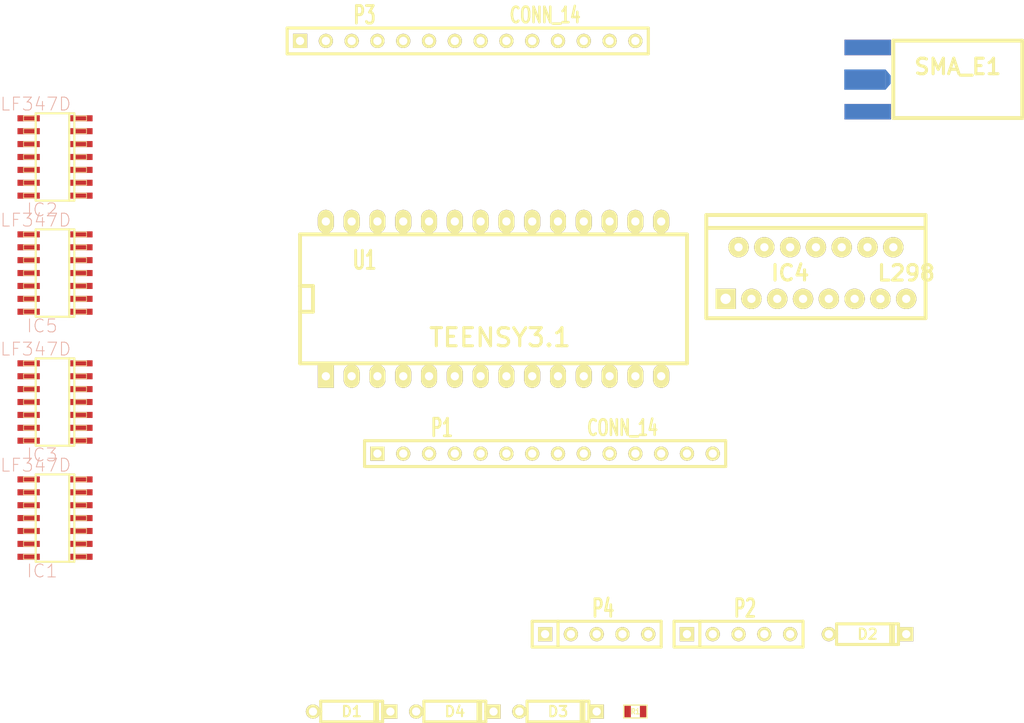
<source format=kicad_pcb>
(kicad_pcb (version 3) (host pcbnew "(2013-may-18)-stable")

  (general
    (links 63)
    (no_connects 63)
    (area 149.773217 102.86873 252.289733 174.142401)
    (thickness 1.6)
    (drawings 0)
    (tracks 0)
    (zones 0)
    (modules 16)
    (nets 37)
  )

  (page A3)
  (layers
    (15 F.Cu signal)
    (0 B.Cu signal)
    (16 B.Adhes user)
    (17 F.Adhes user)
    (18 B.Paste user)
    (19 F.Paste user)
    (20 B.SilkS user)
    (21 F.SilkS user)
    (22 B.Mask user)
    (23 F.Mask user)
    (24 Dwgs.User user)
    (25 Cmts.User user)
    (26 Eco1.User user)
    (27 Eco2.User user)
    (28 Edge.Cuts user)
  )

  (setup
    (last_trace_width 0.254)
    (trace_clearance 0.254)
    (zone_clearance 0.508)
    (zone_45_only no)
    (trace_min 0.254)
    (segment_width 0.2)
    (edge_width 0.1)
    (via_size 0.889)
    (via_drill 0.635)
    (via_min_size 0.889)
    (via_min_drill 0.508)
    (uvia_size 0.508)
    (uvia_drill 0.127)
    (uvias_allowed no)
    (uvia_min_size 0.508)
    (uvia_min_drill 0.127)
    (pcb_text_width 0.3)
    (pcb_text_size 1.5 1.5)
    (mod_edge_width 0.15)
    (mod_text_size 1 1)
    (mod_text_width 0.15)
    (pad_size 1.5 1.5)
    (pad_drill 0.6)
    (pad_to_mask_clearance 0)
    (aux_axis_origin 0 0)
    (visible_elements FFFFFFBF)
    (pcbplotparams
      (layerselection 3178497)
      (usegerberextensions true)
      (excludeedgelayer true)
      (linewidth 0.150000)
      (plotframeref false)
      (viasonmask false)
      (mode 1)
      (useauxorigin false)
      (hpglpennumber 1)
      (hpglpenspeed 20)
      (hpglpendiameter 15)
      (hpglpenoverlay 2)
      (psnegative false)
      (psa4output false)
      (plotreference true)
      (plotvalue true)
      (plotothertext true)
      (plotinvisibletext false)
      (padsonsilk false)
      (subtractmaskfromsilk false)
      (outputformat 1)
      (mirror false)
      (drillshape 1)
      (scaleselection 1)
      (outputdirectory ""))
  )

  (net 0 "")
  (net 1 +12V)
  (net 2 N-000001)
  (net 3 N-0000010)
  (net 4 N-0000011)
  (net 5 N-0000012)
  (net 6 N-0000013)
  (net 7 N-0000014)
  (net 8 N-0000015)
  (net 9 N-0000016)
  (net 10 N-0000017)
  (net 11 N-0000018)
  (net 12 N-0000019)
  (net 13 N-000002)
  (net 14 N-0000020)
  (net 15 N-0000021)
  (net 16 N-0000022)
  (net 17 N-0000023)
  (net 18 N-0000024)
  (net 19 N-000003)
  (net 20 N-0000032)
  (net 21 N-0000033)
  (net 22 N-0000034)
  (net 23 N-0000035)
  (net 24 N-0000036)
  (net 25 N-000004)
  (net 26 N-0000041)
  (net 27 N-0000042)
  (net 28 N-0000044)
  (net 29 N-0000045)
  (net 30 N-0000046)
  (net 31 N-0000047)
  (net 32 N-000005)
  (net 33 N-000006)
  (net 34 N-000007)
  (net 35 N-000008)
  (net 36 N-000009)

  (net_class Default "This is the default net class."
    (clearance 0.254)
    (trace_width 0.254)
    (via_dia 0.889)
    (via_drill 0.635)
    (uvia_dia 0.508)
    (uvia_drill 0.127)
    (add_net "")
    (add_net +12V)
    (add_net N-000001)
    (add_net N-0000010)
    (add_net N-0000011)
    (add_net N-0000012)
    (add_net N-0000013)
    (add_net N-0000014)
    (add_net N-0000015)
    (add_net N-0000016)
    (add_net N-0000017)
    (add_net N-0000018)
    (add_net N-0000019)
    (add_net N-000002)
    (add_net N-0000020)
    (add_net N-0000021)
    (add_net N-0000022)
    (add_net N-0000023)
    (add_net N-0000024)
    (add_net N-000003)
    (add_net N-0000032)
    (add_net N-0000033)
    (add_net N-0000034)
    (add_net N-0000035)
    (add_net N-0000036)
    (add_net N-000004)
    (add_net N-0000041)
    (add_net N-0000042)
    (add_net N-0000044)
    (add_net N-0000045)
    (add_net N-0000046)
    (add_net N-0000047)
    (add_net N-000005)
    (add_net N-000006)
    (add_net N-000007)
    (add_net N-000008)
    (add_net N-000009)
  )

  (module SMA_EDGE (layer F.Cu) (tedit 4E84D3BE) (tstamp 53389AAF)
    (at 245.11 109.22)
    (path /533882A8)
    (fp_text reference SMA_E1 (at 0 0) (layer F.SilkS)
      (effects (font (size 1.524 1.524) (thickness 0.3048)))
    )
    (fp_text value SMA_EDGE (at 0 2.54) (layer F.SilkS) hide
      (effects (font (size 1.524 1.524) (thickness 0.3048)))
    )
    (fp_line (start -6.35 -2.5654) (end -6.35 5.0546) (layer F.SilkS) (width 0.381))
    (fp_line (start -6.35 5.0546) (end 6.35 5.0546) (layer F.SilkS) (width 0.381))
    (fp_line (start 6.35 5.0546) (end 6.35 -2.5654) (layer F.SilkS) (width 0.381))
    (fp_line (start 6.35 -2.5654) (end -6.35 -2.5654) (layer F.SilkS) (width 0.381))
    (pad 0 connect rect (at -8.8773 -1.89484) (size 4.572 1.524)
      (layers *.Cu F.Mask)
      (net 31 N-0000047)
    )
    (pad 1 connect trapezoid (at -6.858 1.27) (size 0.50038 1.39954) (rect_delta 0.59944 0 )
      (layers B.Cu F.Mask)
      (net 22 N-0000034)
    )
    (pad 2 connect rect (at -8.8773 4.42976) (size 4.572 1.524)
      (layers *.Cu F.Mask)
      (net 31 N-0000047)
    )
    (pad 1 connect rect (at -9.144 1.27) (size 4.07162 1.99898)
      (layers B.Cu F.Mask)
      (net 22 N-0000034)
    )
    (model SMA_EDGE.wrl
      (at (xyz -0.205 -0.05 -0.12))
      (scale (xyz 1.3 1.3 1.3))
      (rotate (xyz 270 0 180))
    )
  )

  (module SM0603 (layer F.Cu) (tedit 4E43A3D1) (tstamp 53389AB9)
    (at 213.36 172.72)
    (path /5338846E)
    (attr smd)
    (fp_text reference R1 (at 0 0) (layer F.SilkS)
      (effects (font (size 0.508 0.4572) (thickness 0.1143)))
    )
    (fp_text value R (at 0 0) (layer F.SilkS) hide
      (effects (font (size 0.508 0.4572) (thickness 0.1143)))
    )
    (fp_line (start -1.143 -0.635) (end 1.143 -0.635) (layer F.SilkS) (width 0.127))
    (fp_line (start 1.143 -0.635) (end 1.143 0.635) (layer F.SilkS) (width 0.127))
    (fp_line (start 1.143 0.635) (end -1.143 0.635) (layer F.SilkS) (width 0.127))
    (fp_line (start -1.143 0.635) (end -1.143 -0.635) (layer F.SilkS) (width 0.127))
    (pad 1 smd rect (at -0.762 0) (size 0.635 1.143)
      (layers F.Cu F.Paste F.Mask)
      (net 31 N-0000047)
    )
    (pad 2 smd rect (at 0.762 0) (size 0.635 1.143)
      (layers F.Cu F.Paste F.Mask)
      (net 29 N-0000045)
    )
    (model smd\resistors\R0603.wrl
      (at (xyz 0 0 0.001))
      (scale (xyz 0.5 0.5 0.5))
      (rotate (xyz 0 0 0))
    )
  )

  (module SIL-5 (layer F.Cu) (tedit 200000) (tstamp 53389AC7)
    (at 210.82 165.1)
    (descr "Connecteur 5 pins")
    (tags "CONN DEV")
    (path /53384A8D)
    (fp_text reference P4 (at -0.635 -2.54) (layer F.SilkS)
      (effects (font (size 1.72974 1.08712) (thickness 0.3048)))
    )
    (fp_text value CONN_5 (at 0 -2.54) (layer F.SilkS) hide
      (effects (font (size 1.524 1.016) (thickness 0.3048)))
    )
    (fp_line (start -7.62 1.27) (end -7.62 -1.27) (layer F.SilkS) (width 0.3048))
    (fp_line (start -7.62 -1.27) (end 5.08 -1.27) (layer F.SilkS) (width 0.3048))
    (fp_line (start 5.08 -1.27) (end 5.08 1.27) (layer F.SilkS) (width 0.3048))
    (fp_line (start 5.08 1.27) (end -7.62 1.27) (layer F.SilkS) (width 0.3048))
    (fp_line (start -5.08 1.27) (end -5.08 -1.27) (layer F.SilkS) (width 0.3048))
    (pad 1 thru_hole rect (at -6.35 0) (size 1.397 1.397) (drill 0.8128)
      (layers *.Cu *.Mask F.SilkS)
      (net 19 N-000003)
    )
    (pad 2 thru_hole circle (at -3.81 0) (size 1.397 1.397) (drill 0.8128)
      (layers *.Cu *.Mask F.SilkS)
      (net 31 N-0000047)
    )
    (pad 3 thru_hole circle (at -1.27 0) (size 1.397 1.397) (drill 0.8128)
      (layers *.Cu *.Mask F.SilkS)
      (net 20 N-0000032)
    )
    (pad 4 thru_hole circle (at 1.27 0) (size 1.397 1.397) (drill 0.8128)
      (layers *.Cu *.Mask F.SilkS)
      (net 21 N-0000033)
    )
    (pad 5 thru_hole circle (at 3.81 0) (size 1.397 1.397) (drill 0.8128)
      (layers *.Cu *.Mask F.SilkS)
      (net 24 N-0000036)
    )
  )

  (module SIL-5 (layer F.Cu) (tedit 200000) (tstamp 53389AD5)
    (at 224.79 165.1)
    (descr "Connecteur 5 pins")
    (tags "CONN DEV")
    (path /53389C68)
    (fp_text reference P2 (at -0.635 -2.54) (layer F.SilkS)
      (effects (font (size 1.72974 1.08712) (thickness 0.3048)))
    )
    (fp_text value CONN_5 (at 0 -2.54) (layer F.SilkS) hide
      (effects (font (size 1.524 1.016) (thickness 0.3048)))
    )
    (fp_line (start -7.62 1.27) (end -7.62 -1.27) (layer F.SilkS) (width 0.3048))
    (fp_line (start -7.62 -1.27) (end 5.08 -1.27) (layer F.SilkS) (width 0.3048))
    (fp_line (start 5.08 -1.27) (end 5.08 1.27) (layer F.SilkS) (width 0.3048))
    (fp_line (start 5.08 1.27) (end -7.62 1.27) (layer F.SilkS) (width 0.3048))
    (fp_line (start -5.08 1.27) (end -5.08 -1.27) (layer F.SilkS) (width 0.3048))
    (pad 1 thru_hole rect (at -6.35 0) (size 1.397 1.397) (drill 0.8128)
      (layers *.Cu *.Mask F.SilkS)
      (net 31 N-0000047)
    )
    (pad 2 thru_hole circle (at -3.81 0) (size 1.397 1.397) (drill 0.8128)
      (layers *.Cu *.Mask F.SilkS)
      (net 19 N-000003)
    )
    (pad 3 thru_hole circle (at -1.27 0) (size 1.397 1.397) (drill 0.8128)
      (layers *.Cu *.Mask F.SilkS)
      (net 18 N-0000024)
    )
    (pad 4 thru_hole circle (at 1.27 0) (size 1.397 1.397) (drill 0.8128)
      (layers *.Cu *.Mask F.SilkS)
      (net 21 N-0000033)
    )
    (pad 5 thru_hole circle (at 3.81 0) (size 1.397 1.397) (drill 0.8128)
      (layers *.Cu *.Mask F.SilkS)
      (net 29 N-0000045)
    )
  )

  (module SIL-14 (layer F.Cu) (tedit 200000) (tstamp 53389AEB)
    (at 204.47 147.32)
    (descr "Connecteur 14 pins")
    (tags "CONN DEV")
    (path /53388524)
    (fp_text reference P1 (at -10.16 -2.54) (layer F.SilkS)
      (effects (font (size 1.72974 1.08712) (thickness 0.3048)))
    )
    (fp_text value CONN_14 (at 7.62 -2.54) (layer F.SilkS)
      (effects (font (size 1.524 1.016) (thickness 0.3048)))
    )
    (fp_line (start -17.78 -1.27) (end 17.78 -1.27) (layer F.SilkS) (width 0.3048))
    (fp_line (start 17.78 -1.27) (end 17.78 1.27) (layer F.SilkS) (width 0.3048))
    (fp_line (start 17.78 1.27) (end -17.78 1.27) (layer F.SilkS) (width 0.3048))
    (fp_line (start -17.78 1.27) (end -17.78 -1.27) (layer F.SilkS) (width 0.3048))
    (pad 1 thru_hole rect (at -16.51 0) (size 1.397 1.397) (drill 0.8128)
      (layers *.Cu *.Mask F.SilkS)
      (net 31 N-0000047)
    )
    (pad 2 thru_hole circle (at -13.97 0) (size 1.397 1.397) (drill 0.8128)
      (layers *.Cu *.Mask F.SilkS)
      (net 15 N-0000021)
    )
    (pad 3 thru_hole circle (at -11.43 0) (size 1.397 1.397) (drill 0.8128)
      (layers *.Cu *.Mask F.SilkS)
      (net 14 N-0000020)
    )
    (pad 4 thru_hole circle (at -8.89 0) (size 1.397 1.397) (drill 0.8128)
      (layers *.Cu *.Mask F.SilkS)
      (net 12 N-0000019)
    )
    (pad 5 thru_hole circle (at -6.35 0) (size 1.397 1.397) (drill 0.8128)
      (layers *.Cu *.Mask F.SilkS)
      (net 11 N-0000018)
    )
    (pad 6 thru_hole circle (at -3.81 0) (size 1.397 1.397) (drill 0.8128)
      (layers *.Cu *.Mask F.SilkS)
      (net 10 N-0000017)
    )
    (pad 7 thru_hole circle (at -1.27 0) (size 1.397 1.397) (drill 0.8128)
      (layers *.Cu *.Mask F.SilkS)
      (net 9 N-0000016)
    )
    (pad 8 thru_hole circle (at 1.27 0) (size 1.397 1.397) (drill 0.8128)
      (layers *.Cu *.Mask F.SilkS)
      (net 25 N-000004)
    )
    (pad 9 thru_hole circle (at 3.81 0) (size 1.397 1.397) (drill 0.8128)
      (layers *.Cu *.Mask F.SilkS)
      (net 8 N-0000015)
    )
    (pad 10 thru_hole circle (at 6.35 0) (size 1.397 1.397) (drill 0.8128)
      (layers *.Cu *.Mask F.SilkS)
      (net 7 N-0000014)
    )
    (pad 11 thru_hole circle (at 8.89 0) (size 1.397 1.397) (drill 0.8128)
      (layers *.Cu *.Mask F.SilkS)
      (net 6 N-0000013)
    )
    (pad 12 thru_hole circle (at 11.43 0) (size 1.397 1.397) (drill 0.8128)
      (layers *.Cu *.Mask F.SilkS)
      (net 17 N-0000023)
    )
    (pad 13 thru_hole circle (at 13.97 0) (size 1.397 1.397) (drill 0.8128)
      (layers *.Cu *.Mask F.SilkS)
      (net 16 N-0000022)
    )
    (pad 14 thru_hole circle (at 16.51 0) (size 1.397 1.397) (drill 0.8128)
      (layers *.Cu *.Mask F.SilkS)
      (net 27 N-0000042)
    )
  )

  (module SIL-14 (layer F.Cu) (tedit 200000) (tstamp 53389B01)
    (at 196.85 106.68)
    (descr "Connecteur 14 pins")
    (tags "CONN DEV")
    (path /53388A94)
    (fp_text reference P3 (at -10.16 -2.54) (layer F.SilkS)
      (effects (font (size 1.72974 1.08712) (thickness 0.3048)))
    )
    (fp_text value CONN_14 (at 7.62 -2.54) (layer F.SilkS)
      (effects (font (size 1.524 1.016) (thickness 0.3048)))
    )
    (fp_line (start -17.78 -1.27) (end 17.78 -1.27) (layer F.SilkS) (width 0.3048))
    (fp_line (start 17.78 -1.27) (end 17.78 1.27) (layer F.SilkS) (width 0.3048))
    (fp_line (start 17.78 1.27) (end -17.78 1.27) (layer F.SilkS) (width 0.3048))
    (fp_line (start -17.78 1.27) (end -17.78 -1.27) (layer F.SilkS) (width 0.3048))
    (pad 1 thru_hole rect (at -16.51 0) (size 1.397 1.397) (drill 0.8128)
      (layers *.Cu *.Mask F.SilkS)
      (net 19 N-000003)
    )
    (pad 2 thru_hole circle (at -13.97 0) (size 1.397 1.397) (drill 0.8128)
      (layers *.Cu *.Mask F.SilkS)
      (net 3 N-0000010)
    )
    (pad 3 thru_hole circle (at -11.43 0) (size 1.397 1.397) (drill 0.8128)
      (layers *.Cu *.Mask F.SilkS)
      (net 36 N-000009)
    )
    (pad 4 thru_hole circle (at -8.89 0) (size 1.397 1.397) (drill 0.8128)
      (layers *.Cu *.Mask F.SilkS)
      (net 35 N-000008)
    )
    (pad 5 thru_hole circle (at -6.35 0) (size 1.397 1.397) (drill 0.8128)
      (layers *.Cu *.Mask F.SilkS)
      (net 34 N-000007)
    )
    (pad 6 thru_hole circle (at -3.81 0) (size 1.397 1.397) (drill 0.8128)
      (layers *.Cu *.Mask F.SilkS)
      (net 33 N-000006)
    )
    (pad 7 thru_hole circle (at -1.27 0) (size 1.397 1.397) (drill 0.8128)
      (layers *.Cu *.Mask F.SilkS)
      (net 32 N-000005)
    )
    (pad 8 thru_hole circle (at 1.27 0) (size 1.397 1.397) (drill 0.8128)
      (layers *.Cu *.Mask F.SilkS)
      (net 23 N-0000035)
    )
    (pad 9 thru_hole circle (at 3.81 0) (size 1.397 1.397) (drill 0.8128)
      (layers *.Cu *.Mask F.SilkS)
      (net 28 N-0000044)
    )
    (pad 10 thru_hole circle (at 6.35 0) (size 1.397 1.397) (drill 0.8128)
      (layers *.Cu *.Mask F.SilkS)
      (net 29 N-0000045)
    )
    (pad 11 thru_hole circle (at 8.89 0) (size 1.397 1.397) (drill 0.8128)
      (layers *.Cu *.Mask F.SilkS)
      (net 30 N-0000046)
    )
    (pad 12 thru_hole circle (at 11.43 0) (size 1.397 1.397) (drill 0.8128)
      (layers *.Cu *.Mask F.SilkS)
      (net 5 N-0000012)
    )
    (pad 13 thru_hole circle (at 13.97 0) (size 1.397 1.397) (drill 0.8128)
      (layers *.Cu *.Mask F.SilkS)
      (net 22 N-0000034)
    )
    (pad 14 thru_hole circle (at 16.51 0) (size 1.397 1.397) (drill 0.8128)
      (layers *.Cu *.Mask F.SilkS)
      (net 4 N-0000011)
    )
  )

  (module Multiwatt15-V (layer F.Cu) (tedit 4E8804D1) (tstamp 53389B19)
    (at 231.14 129.54)
    (path /533843B3)
    (fp_text reference IC4 (at -2.54 0) (layer F.SilkS)
      (effects (font (size 1.524 1.524) (thickness 0.3048)))
    )
    (fp_text value L298 (at 8.89 0) (layer F.SilkS)
      (effects (font (size 1.524 1.524) (thickness 0.3048)))
    )
    (fp_line (start -10.795 -4.445) (end 10.795 -4.445) (layer F.SilkS) (width 0.381))
    (fp_line (start -10.795 4.445) (end -10.795 -5.715) (layer F.SilkS) (width 0.381))
    (fp_line (start -10.795 -5.715) (end 10.795 -5.715) (layer F.SilkS) (width 0.381))
    (fp_line (start 10.795 -5.715) (end 10.795 4.445) (layer F.SilkS) (width 0.381))
    (fp_line (start 10.795 4.445) (end -10.795 4.445) (layer F.SilkS) (width 0.381))
    (pad 1 thru_hole rect (at -8.89 2.54) (size 1.99898 1.99898) (drill 1.016)
      (layers *.Cu *.Mask F.SilkS)
    )
    (pad 2 thru_hole circle (at -7.62 -2.54) (size 1.99898 1.99898) (drill 0.8128)
      (layers *.Cu *.Mask F.SilkS)
      (net 18 N-0000024)
    )
    (pad 3 thru_hole circle (at -6.35 2.54) (size 1.99898 1.99898) (drill 0.8128)
      (layers *.Cu *.Mask F.SilkS)
      (net 20 N-0000032)
    )
    (pad 4 thru_hole circle (at -5.08 -2.54) (size 1.99898 1.99898) (drill 0.8128)
      (layers *.Cu *.Mask F.SilkS)
      (net 1 +12V)
    )
    (pad 5 thru_hole circle (at -3.81 2.54) (size 1.99898 1.99898) (drill 0.8128)
      (layers *.Cu *.Mask F.SilkS)
      (net 26 N-0000041)
    )
    (pad 6 thru_hole circle (at -2.54 -2.54) (size 1.99898 1.99898) (drill 0.8128)
      (layers *.Cu *.Mask F.SilkS)
      (net 13 N-000002)
    )
    (pad 7 thru_hole circle (at -1.27 2.54) (size 1.99898 1.99898) (drill 0.8128)
      (layers *.Cu *.Mask F.SilkS)
      (net 2 N-000001)
    )
    (pad 8 thru_hole circle (at 0 -2.54) (size 1.99898 1.99898) (drill 0.8128)
      (layers *.Cu *.Mask F.SilkS)
      (net 31 N-0000047)
    )
    (pad 9 thru_hole circle (at 1.27 2.54) (size 1.99898 1.99898) (drill 0.8128)
      (layers *.Cu *.Mask F.SilkS)
      (net 19 N-000003)
    )
    (pad 10 thru_hole circle (at 2.54 -2.54) (size 1.99898 1.99898) (drill 0.8128)
      (layers *.Cu *.Mask F.SilkS)
    )
    (pad 11 thru_hole circle (at 3.81 2.54) (size 1.99898 1.99898) (drill 0.8128)
      (layers *.Cu *.Mask F.SilkS)
    )
    (pad 12 thru_hole circle (at 5.08 -2.54) (size 1.99898 1.99898) (drill 0.8128)
      (layers *.Cu *.Mask F.SilkS)
    )
    (pad 13 thru_hole circle (at 6.35 2.54) (size 1.99898 1.99898) (drill 0.8128)
      (layers *.Cu *.Mask F.SilkS)
    )
    (pad 14 thru_hole circle (at 7.62 -2.54) (size 1.99898 1.99898) (drill 0.8128)
      (layers *.Cu *.Mask F.SilkS)
    )
    (pad 15 thru_hole circle (at 8.89 2.54) (size 1.99898 1.99898) (drill 0.8128)
      (layers *.Cu *.Mask F.SilkS)
    )
    (model multiwatt15_v.wrl
      (at (xyz 0 0 0))
      (scale (xyz 0.393701 0.393701 0.393701))
      (rotate (xyz 0 0 0))
    )
  )

  (module linear2-SO14 (layer F.Cu) (tedit 200000) (tstamp 53389B6A)
    (at 156.21 153.67 90)
    (descr "SMALL OUTLINE PACKAGE 14")
    (tags "SMALL OUTLINE PACKAGE 14")
    (path /533843C9)
    (attr smd)
    (fp_text reference IC1 (at -5.207 -1.27 180) (layer B.SilkS)
      (effects (font (size 1.27 1.27) (thickness 0.0889)))
    )
    (fp_text value LF347D (at 5.207 -1.905 180) (layer B.SilkS)
      (effects (font (size 1.27 1.27) (thickness 0.0889)))
    )
    (fp_line (start -4.05384 3.0988) (end -3.56362 3.0988) (layer F.SilkS) (width 0.06604))
    (fp_line (start -3.56362 3.0988) (end -3.56362 1.99898) (layer F.SilkS) (width 0.06604))
    (fp_line (start -4.05384 1.99898) (end -3.56362 1.99898) (layer F.SilkS) (width 0.06604))
    (fp_line (start -4.05384 3.0988) (end -4.05384 1.99898) (layer F.SilkS) (width 0.06604))
    (fp_line (start -2.78384 3.0988) (end -2.29362 3.0988) (layer F.SilkS) (width 0.06604))
    (fp_line (start -2.29362 3.0988) (end -2.29362 1.99898) (layer F.SilkS) (width 0.06604))
    (fp_line (start -2.78384 1.99898) (end -2.29362 1.99898) (layer F.SilkS) (width 0.06604))
    (fp_line (start -2.78384 3.0988) (end -2.78384 1.99898) (layer F.SilkS) (width 0.06604))
    (fp_line (start -1.51384 3.0988) (end -1.02362 3.0988) (layer F.SilkS) (width 0.06604))
    (fp_line (start -1.02362 3.0988) (end -1.02362 1.99898) (layer F.SilkS) (width 0.06604))
    (fp_line (start -1.51384 1.99898) (end -1.02362 1.99898) (layer F.SilkS) (width 0.06604))
    (fp_line (start -1.51384 3.0988) (end -1.51384 1.99898) (layer F.SilkS) (width 0.06604))
    (fp_line (start -0.24384 3.0988) (end 0.24384 3.0988) (layer F.SilkS) (width 0.06604))
    (fp_line (start 0.24384 3.0988) (end 0.24384 1.99898) (layer F.SilkS) (width 0.06604))
    (fp_line (start -0.24384 1.99898) (end 0.24384 1.99898) (layer F.SilkS) (width 0.06604))
    (fp_line (start -0.24384 3.0988) (end -0.24384 1.99898) (layer F.SilkS) (width 0.06604))
    (fp_line (start -0.24384 -1.99898) (end 0.24384 -1.99898) (layer F.SilkS) (width 0.06604))
    (fp_line (start 0.24384 -1.99898) (end 0.24384 -3.0988) (layer F.SilkS) (width 0.06604))
    (fp_line (start -0.24384 -3.0988) (end 0.24384 -3.0988) (layer F.SilkS) (width 0.06604))
    (fp_line (start -0.24384 -1.99898) (end -0.24384 -3.0988) (layer F.SilkS) (width 0.06604))
    (fp_line (start -1.51384 -1.99898) (end -1.02362 -1.99898) (layer F.SilkS) (width 0.06604))
    (fp_line (start -1.02362 -1.99898) (end -1.02362 -3.0988) (layer F.SilkS) (width 0.06604))
    (fp_line (start -1.51384 -3.0988) (end -1.02362 -3.0988) (layer F.SilkS) (width 0.06604))
    (fp_line (start -1.51384 -1.99898) (end -1.51384 -3.0988) (layer F.SilkS) (width 0.06604))
    (fp_line (start -2.78384 -1.99898) (end -2.29362 -1.99898) (layer F.SilkS) (width 0.06604))
    (fp_line (start -2.29362 -1.99898) (end -2.29362 -3.0988) (layer F.SilkS) (width 0.06604))
    (fp_line (start -2.78384 -3.0988) (end -2.29362 -3.0988) (layer F.SilkS) (width 0.06604))
    (fp_line (start -2.78384 -1.99898) (end -2.78384 -3.0988) (layer F.SilkS) (width 0.06604))
    (fp_line (start -4.05384 -1.99898) (end -3.56362 -1.99898) (layer F.SilkS) (width 0.06604))
    (fp_line (start -3.56362 -1.99898) (end -3.56362 -3.0988) (layer F.SilkS) (width 0.06604))
    (fp_line (start -4.05384 -3.0988) (end -3.56362 -3.0988) (layer F.SilkS) (width 0.06604))
    (fp_line (start -4.05384 -1.99898) (end -4.05384 -3.0988) (layer F.SilkS) (width 0.06604))
    (fp_line (start 1.02362 3.0988) (end 1.51384 3.0988) (layer F.SilkS) (width 0.06604))
    (fp_line (start 1.51384 3.0988) (end 1.51384 1.99898) (layer F.SilkS) (width 0.06604))
    (fp_line (start 1.02362 1.99898) (end 1.51384 1.99898) (layer F.SilkS) (width 0.06604))
    (fp_line (start 1.02362 3.0988) (end 1.02362 1.99898) (layer F.SilkS) (width 0.06604))
    (fp_line (start 2.29362 3.0988) (end 2.78384 3.0988) (layer F.SilkS) (width 0.06604))
    (fp_line (start 2.78384 3.0988) (end 2.78384 1.99898) (layer F.SilkS) (width 0.06604))
    (fp_line (start 2.29362 1.99898) (end 2.78384 1.99898) (layer F.SilkS) (width 0.06604))
    (fp_line (start 2.29362 3.0988) (end 2.29362 1.99898) (layer F.SilkS) (width 0.06604))
    (fp_line (start 3.56362 3.0988) (end 4.05384 3.0988) (layer F.SilkS) (width 0.06604))
    (fp_line (start 4.05384 3.0988) (end 4.05384 1.99898) (layer F.SilkS) (width 0.06604))
    (fp_line (start 3.56362 1.99898) (end 4.05384 1.99898) (layer F.SilkS) (width 0.06604))
    (fp_line (start 3.56362 3.0988) (end 3.56362 1.99898) (layer F.SilkS) (width 0.06604))
    (fp_line (start 3.56362 -1.99898) (end 4.05384 -1.99898) (layer F.SilkS) (width 0.06604))
    (fp_line (start 4.05384 -1.99898) (end 4.05384 -3.0988) (layer F.SilkS) (width 0.06604))
    (fp_line (start 3.56362 -3.0988) (end 4.05384 -3.0988) (layer F.SilkS) (width 0.06604))
    (fp_line (start 3.56362 -1.99898) (end 3.56362 -3.0988) (layer F.SilkS) (width 0.06604))
    (fp_line (start 2.29362 -1.99898) (end 2.78384 -1.99898) (layer F.SilkS) (width 0.06604))
    (fp_line (start 2.78384 -1.99898) (end 2.78384 -3.0988) (layer F.SilkS) (width 0.06604))
    (fp_line (start 2.29362 -3.0988) (end 2.78384 -3.0988) (layer F.SilkS) (width 0.06604))
    (fp_line (start 2.29362 -1.99898) (end 2.29362 -3.0988) (layer F.SilkS) (width 0.06604))
    (fp_line (start 1.02362 -1.99898) (end 1.51384 -1.99898) (layer F.SilkS) (width 0.06604))
    (fp_line (start 1.51384 -1.99898) (end 1.51384 -3.0988) (layer F.SilkS) (width 0.06604))
    (fp_line (start 1.02362 -3.0988) (end 1.51384 -3.0988) (layer F.SilkS) (width 0.06604))
    (fp_line (start 1.02362 -1.99898) (end 1.02362 -3.0988) (layer F.SilkS) (width 0.06604))
    (fp_line (start 4.30276 1.89992) (end -4.30276 1.89992) (layer F.SilkS) (width 0.2032))
    (fp_line (start -4.30276 1.89992) (end -4.30276 1.39954) (layer F.SilkS) (width 0.2032))
    (fp_line (start -4.30276 1.39954) (end -4.30276 -1.89992) (layer F.SilkS) (width 0.2032))
    (fp_line (start 4.30276 1.39954) (end -4.30276 1.39954) (layer F.SilkS) (width 0.2032))
    (fp_line (start 4.30276 -1.89992) (end 4.30276 1.39954) (layer F.SilkS) (width 0.2032))
    (fp_line (start 4.30276 1.39954) (end 4.30276 1.89992) (layer F.SilkS) (width 0.2032))
    (fp_line (start -4.30276 -1.89992) (end 4.30276 -1.89992) (layer F.SilkS) (width 0.2032))
    (pad 1 smd rect (at -3.81 2.59842 90) (size 0.59944 2.19964)
      (layers F.Cu F.Paste F.Mask)
      (net 26 N-0000041)
    )
    (pad 2 smd rect (at -2.54 2.59842 90) (size 0.59944 2.19964)
      (layers F.Cu F.Paste F.Mask)
      (net 26 N-0000041)
    )
    (pad 3 smd rect (at -1.27 2.59842 90) (size 0.59944 2.19964)
      (layers F.Cu F.Paste F.Mask)
      (net 27 N-0000042)
    )
    (pad 4 smd rect (at 0 2.59842 90) (size 0.59944 2.19964)
      (layers F.Cu F.Paste F.Mask)
    )
    (pad 5 smd rect (at 1.27 2.59842 90) (size 0.59944 2.19964)
      (layers F.Cu F.Paste F.Mask)
    )
    (pad 6 smd rect (at 2.54 2.59842 90) (size 0.59944 2.19964)
      (layers F.Cu F.Paste F.Mask)
    )
    (pad 7 smd rect (at 3.81 2.59842 90) (size 0.59944 2.19964)
      (layers F.Cu F.Paste F.Mask)
    )
    (pad 8 smd rect (at 3.81 -2.59842 90) (size 0.59944 2.19964)
      (layers F.Cu F.Paste F.Mask)
    )
    (pad 9 smd rect (at 2.54 -2.59842 90) (size 0.59944 2.19964)
      (layers F.Cu F.Paste F.Mask)
    )
    (pad 10 smd rect (at 1.27 -2.59842 90) (size 0.59944 2.19964)
      (layers F.Cu F.Paste F.Mask)
    )
    (pad 11 smd rect (at 0 -2.59842 90) (size 0.59944 2.19964)
      (layers F.Cu F.Paste F.Mask)
    )
    (pad 12 smd rect (at -1.27 -2.59842 90) (size 0.59944 2.19964)
      (layers F.Cu F.Paste F.Mask)
    )
    (pad 13 smd rect (at -2.54 -2.59842 90) (size 0.59944 2.19964)
      (layers F.Cu F.Paste F.Mask)
    )
    (pad 14 smd rect (at -3.81 -2.59842 90) (size 0.59944 2.19964)
      (layers F.Cu F.Paste F.Mask)
    )
  )

  (module linear2-SO14 (layer F.Cu) (tedit 200000) (tstamp 53389BBB)
    (at 156.21 118.11 90)
    (descr "SMALL OUTLINE PACKAGE 14")
    (tags "SMALL OUTLINE PACKAGE 14")
    (path /533846E2)
    (attr smd)
    (fp_text reference IC2 (at -5.207 -1.27 180) (layer B.SilkS)
      (effects (font (size 1.27 1.27) (thickness 0.0889)))
    )
    (fp_text value LF347D (at 5.207 -1.905 180) (layer B.SilkS)
      (effects (font (size 1.27 1.27) (thickness 0.0889)))
    )
    (fp_line (start -4.05384 3.0988) (end -3.56362 3.0988) (layer F.SilkS) (width 0.06604))
    (fp_line (start -3.56362 3.0988) (end -3.56362 1.99898) (layer F.SilkS) (width 0.06604))
    (fp_line (start -4.05384 1.99898) (end -3.56362 1.99898) (layer F.SilkS) (width 0.06604))
    (fp_line (start -4.05384 3.0988) (end -4.05384 1.99898) (layer F.SilkS) (width 0.06604))
    (fp_line (start -2.78384 3.0988) (end -2.29362 3.0988) (layer F.SilkS) (width 0.06604))
    (fp_line (start -2.29362 3.0988) (end -2.29362 1.99898) (layer F.SilkS) (width 0.06604))
    (fp_line (start -2.78384 1.99898) (end -2.29362 1.99898) (layer F.SilkS) (width 0.06604))
    (fp_line (start -2.78384 3.0988) (end -2.78384 1.99898) (layer F.SilkS) (width 0.06604))
    (fp_line (start -1.51384 3.0988) (end -1.02362 3.0988) (layer F.SilkS) (width 0.06604))
    (fp_line (start -1.02362 3.0988) (end -1.02362 1.99898) (layer F.SilkS) (width 0.06604))
    (fp_line (start -1.51384 1.99898) (end -1.02362 1.99898) (layer F.SilkS) (width 0.06604))
    (fp_line (start -1.51384 3.0988) (end -1.51384 1.99898) (layer F.SilkS) (width 0.06604))
    (fp_line (start -0.24384 3.0988) (end 0.24384 3.0988) (layer F.SilkS) (width 0.06604))
    (fp_line (start 0.24384 3.0988) (end 0.24384 1.99898) (layer F.SilkS) (width 0.06604))
    (fp_line (start -0.24384 1.99898) (end 0.24384 1.99898) (layer F.SilkS) (width 0.06604))
    (fp_line (start -0.24384 3.0988) (end -0.24384 1.99898) (layer F.SilkS) (width 0.06604))
    (fp_line (start -0.24384 -1.99898) (end 0.24384 -1.99898) (layer F.SilkS) (width 0.06604))
    (fp_line (start 0.24384 -1.99898) (end 0.24384 -3.0988) (layer F.SilkS) (width 0.06604))
    (fp_line (start -0.24384 -3.0988) (end 0.24384 -3.0988) (layer F.SilkS) (width 0.06604))
    (fp_line (start -0.24384 -1.99898) (end -0.24384 -3.0988) (layer F.SilkS) (width 0.06604))
    (fp_line (start -1.51384 -1.99898) (end -1.02362 -1.99898) (layer F.SilkS) (width 0.06604))
    (fp_line (start -1.02362 -1.99898) (end -1.02362 -3.0988) (layer F.SilkS) (width 0.06604))
    (fp_line (start -1.51384 -3.0988) (end -1.02362 -3.0988) (layer F.SilkS) (width 0.06604))
    (fp_line (start -1.51384 -1.99898) (end -1.51384 -3.0988) (layer F.SilkS) (width 0.06604))
    (fp_line (start -2.78384 -1.99898) (end -2.29362 -1.99898) (layer F.SilkS) (width 0.06604))
    (fp_line (start -2.29362 -1.99898) (end -2.29362 -3.0988) (layer F.SilkS) (width 0.06604))
    (fp_line (start -2.78384 -3.0988) (end -2.29362 -3.0988) (layer F.SilkS) (width 0.06604))
    (fp_line (start -2.78384 -1.99898) (end -2.78384 -3.0988) (layer F.SilkS) (width 0.06604))
    (fp_line (start -4.05384 -1.99898) (end -3.56362 -1.99898) (layer F.SilkS) (width 0.06604))
    (fp_line (start -3.56362 -1.99898) (end -3.56362 -3.0988) (layer F.SilkS) (width 0.06604))
    (fp_line (start -4.05384 -3.0988) (end -3.56362 -3.0988) (layer F.SilkS) (width 0.06604))
    (fp_line (start -4.05384 -1.99898) (end -4.05384 -3.0988) (layer F.SilkS) (width 0.06604))
    (fp_line (start 1.02362 3.0988) (end 1.51384 3.0988) (layer F.SilkS) (width 0.06604))
    (fp_line (start 1.51384 3.0988) (end 1.51384 1.99898) (layer F.SilkS) (width 0.06604))
    (fp_line (start 1.02362 1.99898) (end 1.51384 1.99898) (layer F.SilkS) (width 0.06604))
    (fp_line (start 1.02362 3.0988) (end 1.02362 1.99898) (layer F.SilkS) (width 0.06604))
    (fp_line (start 2.29362 3.0988) (end 2.78384 3.0988) (layer F.SilkS) (width 0.06604))
    (fp_line (start 2.78384 3.0988) (end 2.78384 1.99898) (layer F.SilkS) (width 0.06604))
    (fp_line (start 2.29362 1.99898) (end 2.78384 1.99898) (layer F.SilkS) (width 0.06604))
    (fp_line (start 2.29362 3.0988) (end 2.29362 1.99898) (layer F.SilkS) (width 0.06604))
    (fp_line (start 3.56362 3.0988) (end 4.05384 3.0988) (layer F.SilkS) (width 0.06604))
    (fp_line (start 4.05384 3.0988) (end 4.05384 1.99898) (layer F.SilkS) (width 0.06604))
    (fp_line (start 3.56362 1.99898) (end 4.05384 1.99898) (layer F.SilkS) (width 0.06604))
    (fp_line (start 3.56362 3.0988) (end 3.56362 1.99898) (layer F.SilkS) (width 0.06604))
    (fp_line (start 3.56362 -1.99898) (end 4.05384 -1.99898) (layer F.SilkS) (width 0.06604))
    (fp_line (start 4.05384 -1.99898) (end 4.05384 -3.0988) (layer F.SilkS) (width 0.06604))
    (fp_line (start 3.56362 -3.0988) (end 4.05384 -3.0988) (layer F.SilkS) (width 0.06604))
    (fp_line (start 3.56362 -1.99898) (end 3.56362 -3.0988) (layer F.SilkS) (width 0.06604))
    (fp_line (start 2.29362 -1.99898) (end 2.78384 -1.99898) (layer F.SilkS) (width 0.06604))
    (fp_line (start 2.78384 -1.99898) (end 2.78384 -3.0988) (layer F.SilkS) (width 0.06604))
    (fp_line (start 2.29362 -3.0988) (end 2.78384 -3.0988) (layer F.SilkS) (width 0.06604))
    (fp_line (start 2.29362 -1.99898) (end 2.29362 -3.0988) (layer F.SilkS) (width 0.06604))
    (fp_line (start 1.02362 -1.99898) (end 1.51384 -1.99898) (layer F.SilkS) (width 0.06604))
    (fp_line (start 1.51384 -1.99898) (end 1.51384 -3.0988) (layer F.SilkS) (width 0.06604))
    (fp_line (start 1.02362 -3.0988) (end 1.51384 -3.0988) (layer F.SilkS) (width 0.06604))
    (fp_line (start 1.02362 -1.99898) (end 1.02362 -3.0988) (layer F.SilkS) (width 0.06604))
    (fp_line (start 4.30276 1.89992) (end -4.30276 1.89992) (layer F.SilkS) (width 0.2032))
    (fp_line (start -4.30276 1.89992) (end -4.30276 1.39954) (layer F.SilkS) (width 0.2032))
    (fp_line (start -4.30276 1.39954) (end -4.30276 -1.89992) (layer F.SilkS) (width 0.2032))
    (fp_line (start 4.30276 1.39954) (end -4.30276 1.39954) (layer F.SilkS) (width 0.2032))
    (fp_line (start 4.30276 -1.89992) (end 4.30276 1.39954) (layer F.SilkS) (width 0.2032))
    (fp_line (start 4.30276 1.39954) (end 4.30276 1.89992) (layer F.SilkS) (width 0.2032))
    (fp_line (start -4.30276 -1.89992) (end 4.30276 -1.89992) (layer F.SilkS) (width 0.2032))
    (pad 1 smd rect (at -3.81 2.59842 90) (size 0.59944 2.19964)
      (layers F.Cu F.Paste F.Mask)
      (net 13 N-000002)
    )
    (pad 2 smd rect (at -2.54 2.59842 90) (size 0.59944 2.19964)
      (layers F.Cu F.Paste F.Mask)
      (net 13 N-000002)
    )
    (pad 3 smd rect (at -1.27 2.59842 90) (size 0.59944 2.19964)
      (layers F.Cu F.Paste F.Mask)
      (net 16 N-0000022)
    )
    (pad 4 smd rect (at 0 2.59842 90) (size 0.59944 2.19964)
      (layers F.Cu F.Paste F.Mask)
    )
    (pad 5 smd rect (at 1.27 2.59842 90) (size 0.59944 2.19964)
      (layers F.Cu F.Paste F.Mask)
    )
    (pad 6 smd rect (at 2.54 2.59842 90) (size 0.59944 2.19964)
      (layers F.Cu F.Paste F.Mask)
    )
    (pad 7 smd rect (at 3.81 2.59842 90) (size 0.59944 2.19964)
      (layers F.Cu F.Paste F.Mask)
    )
    (pad 8 smd rect (at 3.81 -2.59842 90) (size 0.59944 2.19964)
      (layers F.Cu F.Paste F.Mask)
    )
    (pad 9 smd rect (at 2.54 -2.59842 90) (size 0.59944 2.19964)
      (layers F.Cu F.Paste F.Mask)
    )
    (pad 10 smd rect (at 1.27 -2.59842 90) (size 0.59944 2.19964)
      (layers F.Cu F.Paste F.Mask)
    )
    (pad 11 smd rect (at 0 -2.59842 90) (size 0.59944 2.19964)
      (layers F.Cu F.Paste F.Mask)
    )
    (pad 12 smd rect (at -1.27 -2.59842 90) (size 0.59944 2.19964)
      (layers F.Cu F.Paste F.Mask)
    )
    (pad 13 smd rect (at -2.54 -2.59842 90) (size 0.59944 2.19964)
      (layers F.Cu F.Paste F.Mask)
    )
    (pad 14 smd rect (at -3.81 -2.59842 90) (size 0.59944 2.19964)
      (layers F.Cu F.Paste F.Mask)
    )
  )

  (module linear2-SO14 (layer F.Cu) (tedit 200000) (tstamp 53389C0C)
    (at 156.21 142.24 90)
    (descr "SMALL OUTLINE PACKAGE 14")
    (tags "SMALL OUTLINE PACKAGE 14")
    (path /533846EC)
    (attr smd)
    (fp_text reference IC3 (at -5.207 -1.27 180) (layer B.SilkS)
      (effects (font (size 1.27 1.27) (thickness 0.0889)))
    )
    (fp_text value LF347D (at 5.207 -1.905 180) (layer B.SilkS)
      (effects (font (size 1.27 1.27) (thickness 0.0889)))
    )
    (fp_line (start -4.05384 3.0988) (end -3.56362 3.0988) (layer F.SilkS) (width 0.06604))
    (fp_line (start -3.56362 3.0988) (end -3.56362 1.99898) (layer F.SilkS) (width 0.06604))
    (fp_line (start -4.05384 1.99898) (end -3.56362 1.99898) (layer F.SilkS) (width 0.06604))
    (fp_line (start -4.05384 3.0988) (end -4.05384 1.99898) (layer F.SilkS) (width 0.06604))
    (fp_line (start -2.78384 3.0988) (end -2.29362 3.0988) (layer F.SilkS) (width 0.06604))
    (fp_line (start -2.29362 3.0988) (end -2.29362 1.99898) (layer F.SilkS) (width 0.06604))
    (fp_line (start -2.78384 1.99898) (end -2.29362 1.99898) (layer F.SilkS) (width 0.06604))
    (fp_line (start -2.78384 3.0988) (end -2.78384 1.99898) (layer F.SilkS) (width 0.06604))
    (fp_line (start -1.51384 3.0988) (end -1.02362 3.0988) (layer F.SilkS) (width 0.06604))
    (fp_line (start -1.02362 3.0988) (end -1.02362 1.99898) (layer F.SilkS) (width 0.06604))
    (fp_line (start -1.51384 1.99898) (end -1.02362 1.99898) (layer F.SilkS) (width 0.06604))
    (fp_line (start -1.51384 3.0988) (end -1.51384 1.99898) (layer F.SilkS) (width 0.06604))
    (fp_line (start -0.24384 3.0988) (end 0.24384 3.0988) (layer F.SilkS) (width 0.06604))
    (fp_line (start 0.24384 3.0988) (end 0.24384 1.99898) (layer F.SilkS) (width 0.06604))
    (fp_line (start -0.24384 1.99898) (end 0.24384 1.99898) (layer F.SilkS) (width 0.06604))
    (fp_line (start -0.24384 3.0988) (end -0.24384 1.99898) (layer F.SilkS) (width 0.06604))
    (fp_line (start -0.24384 -1.99898) (end 0.24384 -1.99898) (layer F.SilkS) (width 0.06604))
    (fp_line (start 0.24384 -1.99898) (end 0.24384 -3.0988) (layer F.SilkS) (width 0.06604))
    (fp_line (start -0.24384 -3.0988) (end 0.24384 -3.0988) (layer F.SilkS) (width 0.06604))
    (fp_line (start -0.24384 -1.99898) (end -0.24384 -3.0988) (layer F.SilkS) (width 0.06604))
    (fp_line (start -1.51384 -1.99898) (end -1.02362 -1.99898) (layer F.SilkS) (width 0.06604))
    (fp_line (start -1.02362 -1.99898) (end -1.02362 -3.0988) (layer F.SilkS) (width 0.06604))
    (fp_line (start -1.51384 -3.0988) (end -1.02362 -3.0988) (layer F.SilkS) (width 0.06604))
    (fp_line (start -1.51384 -1.99898) (end -1.51384 -3.0988) (layer F.SilkS) (width 0.06604))
    (fp_line (start -2.78384 -1.99898) (end -2.29362 -1.99898) (layer F.SilkS) (width 0.06604))
    (fp_line (start -2.29362 -1.99898) (end -2.29362 -3.0988) (layer F.SilkS) (width 0.06604))
    (fp_line (start -2.78384 -3.0988) (end -2.29362 -3.0988) (layer F.SilkS) (width 0.06604))
    (fp_line (start -2.78384 -1.99898) (end -2.78384 -3.0988) (layer F.SilkS) (width 0.06604))
    (fp_line (start -4.05384 -1.99898) (end -3.56362 -1.99898) (layer F.SilkS) (width 0.06604))
    (fp_line (start -3.56362 -1.99898) (end -3.56362 -3.0988) (layer F.SilkS) (width 0.06604))
    (fp_line (start -4.05384 -3.0988) (end -3.56362 -3.0988) (layer F.SilkS) (width 0.06604))
    (fp_line (start -4.05384 -1.99898) (end -4.05384 -3.0988) (layer F.SilkS) (width 0.06604))
    (fp_line (start 1.02362 3.0988) (end 1.51384 3.0988) (layer F.SilkS) (width 0.06604))
    (fp_line (start 1.51384 3.0988) (end 1.51384 1.99898) (layer F.SilkS) (width 0.06604))
    (fp_line (start 1.02362 1.99898) (end 1.51384 1.99898) (layer F.SilkS) (width 0.06604))
    (fp_line (start 1.02362 3.0988) (end 1.02362 1.99898) (layer F.SilkS) (width 0.06604))
    (fp_line (start 2.29362 3.0988) (end 2.78384 3.0988) (layer F.SilkS) (width 0.06604))
    (fp_line (start 2.78384 3.0988) (end 2.78384 1.99898) (layer F.SilkS) (width 0.06604))
    (fp_line (start 2.29362 1.99898) (end 2.78384 1.99898) (layer F.SilkS) (width 0.06604))
    (fp_line (start 2.29362 3.0988) (end 2.29362 1.99898) (layer F.SilkS) (width 0.06604))
    (fp_line (start 3.56362 3.0988) (end 4.05384 3.0988) (layer F.SilkS) (width 0.06604))
    (fp_line (start 4.05384 3.0988) (end 4.05384 1.99898) (layer F.SilkS) (width 0.06604))
    (fp_line (start 3.56362 1.99898) (end 4.05384 1.99898) (layer F.SilkS) (width 0.06604))
    (fp_line (start 3.56362 3.0988) (end 3.56362 1.99898) (layer F.SilkS) (width 0.06604))
    (fp_line (start 3.56362 -1.99898) (end 4.05384 -1.99898) (layer F.SilkS) (width 0.06604))
    (fp_line (start 4.05384 -1.99898) (end 4.05384 -3.0988) (layer F.SilkS) (width 0.06604))
    (fp_line (start 3.56362 -3.0988) (end 4.05384 -3.0988) (layer F.SilkS) (width 0.06604))
    (fp_line (start 3.56362 -1.99898) (end 3.56362 -3.0988) (layer F.SilkS) (width 0.06604))
    (fp_line (start 2.29362 -1.99898) (end 2.78384 -1.99898) (layer F.SilkS) (width 0.06604))
    (fp_line (start 2.78384 -1.99898) (end 2.78384 -3.0988) (layer F.SilkS) (width 0.06604))
    (fp_line (start 2.29362 -3.0988) (end 2.78384 -3.0988) (layer F.SilkS) (width 0.06604))
    (fp_line (start 2.29362 -1.99898) (end 2.29362 -3.0988) (layer F.SilkS) (width 0.06604))
    (fp_line (start 1.02362 -1.99898) (end 1.51384 -1.99898) (layer F.SilkS) (width 0.06604))
    (fp_line (start 1.51384 -1.99898) (end 1.51384 -3.0988) (layer F.SilkS) (width 0.06604))
    (fp_line (start 1.02362 -3.0988) (end 1.51384 -3.0988) (layer F.SilkS) (width 0.06604))
    (fp_line (start 1.02362 -1.99898) (end 1.02362 -3.0988) (layer F.SilkS) (width 0.06604))
    (fp_line (start 4.30276 1.89992) (end -4.30276 1.89992) (layer F.SilkS) (width 0.2032))
    (fp_line (start -4.30276 1.89992) (end -4.30276 1.39954) (layer F.SilkS) (width 0.2032))
    (fp_line (start -4.30276 1.39954) (end -4.30276 -1.89992) (layer F.SilkS) (width 0.2032))
    (fp_line (start 4.30276 1.39954) (end -4.30276 1.39954) (layer F.SilkS) (width 0.2032))
    (fp_line (start 4.30276 -1.89992) (end 4.30276 1.39954) (layer F.SilkS) (width 0.2032))
    (fp_line (start 4.30276 1.39954) (end 4.30276 1.89992) (layer F.SilkS) (width 0.2032))
    (fp_line (start -4.30276 -1.89992) (end 4.30276 -1.89992) (layer F.SilkS) (width 0.2032))
    (pad 1 smd rect (at -3.81 2.59842 90) (size 0.59944 2.19964)
      (layers F.Cu F.Paste F.Mask)
      (net 2 N-000001)
    )
    (pad 2 smd rect (at -2.54 2.59842 90) (size 0.59944 2.19964)
      (layers F.Cu F.Paste F.Mask)
      (net 2 N-000001)
    )
    (pad 3 smd rect (at -1.27 2.59842 90) (size 0.59944 2.19964)
      (layers F.Cu F.Paste F.Mask)
      (net 17 N-0000023)
    )
    (pad 4 smd rect (at 0 2.59842 90) (size 0.59944 2.19964)
      (layers F.Cu F.Paste F.Mask)
    )
    (pad 5 smd rect (at 1.27 2.59842 90) (size 0.59944 2.19964)
      (layers F.Cu F.Paste F.Mask)
    )
    (pad 6 smd rect (at 2.54 2.59842 90) (size 0.59944 2.19964)
      (layers F.Cu F.Paste F.Mask)
    )
    (pad 7 smd rect (at 3.81 2.59842 90) (size 0.59944 2.19964)
      (layers F.Cu F.Paste F.Mask)
    )
    (pad 8 smd rect (at 3.81 -2.59842 90) (size 0.59944 2.19964)
      (layers F.Cu F.Paste F.Mask)
    )
    (pad 9 smd rect (at 2.54 -2.59842 90) (size 0.59944 2.19964)
      (layers F.Cu F.Paste F.Mask)
    )
    (pad 10 smd rect (at 1.27 -2.59842 90) (size 0.59944 2.19964)
      (layers F.Cu F.Paste F.Mask)
    )
    (pad 11 smd rect (at 0 -2.59842 90) (size 0.59944 2.19964)
      (layers F.Cu F.Paste F.Mask)
    )
    (pad 12 smd rect (at -1.27 -2.59842 90) (size 0.59944 2.19964)
      (layers F.Cu F.Paste F.Mask)
    )
    (pad 13 smd rect (at -2.54 -2.59842 90) (size 0.59944 2.19964)
      (layers F.Cu F.Paste F.Mask)
    )
    (pad 14 smd rect (at -3.81 -2.59842 90) (size 0.59944 2.19964)
      (layers F.Cu F.Paste F.Mask)
    )
  )

  (module linear2-SO14 (layer F.Cu) (tedit 200000) (tstamp 53389C5D)
    (at 156.21 129.54 90)
    (descr "SMALL OUTLINE PACKAGE 14")
    (tags "SMALL OUTLINE PACKAGE 14")
    (path /533846F6)
    (attr smd)
    (fp_text reference IC5 (at -5.207 -1.27 180) (layer B.SilkS)
      (effects (font (size 1.27 1.27) (thickness 0.0889)))
    )
    (fp_text value LF347D (at 5.207 -1.905 180) (layer B.SilkS)
      (effects (font (size 1.27 1.27) (thickness 0.0889)))
    )
    (fp_line (start -4.05384 3.0988) (end -3.56362 3.0988) (layer F.SilkS) (width 0.06604))
    (fp_line (start -3.56362 3.0988) (end -3.56362 1.99898) (layer F.SilkS) (width 0.06604))
    (fp_line (start -4.05384 1.99898) (end -3.56362 1.99898) (layer F.SilkS) (width 0.06604))
    (fp_line (start -4.05384 3.0988) (end -4.05384 1.99898) (layer F.SilkS) (width 0.06604))
    (fp_line (start -2.78384 3.0988) (end -2.29362 3.0988) (layer F.SilkS) (width 0.06604))
    (fp_line (start -2.29362 3.0988) (end -2.29362 1.99898) (layer F.SilkS) (width 0.06604))
    (fp_line (start -2.78384 1.99898) (end -2.29362 1.99898) (layer F.SilkS) (width 0.06604))
    (fp_line (start -2.78384 3.0988) (end -2.78384 1.99898) (layer F.SilkS) (width 0.06604))
    (fp_line (start -1.51384 3.0988) (end -1.02362 3.0988) (layer F.SilkS) (width 0.06604))
    (fp_line (start -1.02362 3.0988) (end -1.02362 1.99898) (layer F.SilkS) (width 0.06604))
    (fp_line (start -1.51384 1.99898) (end -1.02362 1.99898) (layer F.SilkS) (width 0.06604))
    (fp_line (start -1.51384 3.0988) (end -1.51384 1.99898) (layer F.SilkS) (width 0.06604))
    (fp_line (start -0.24384 3.0988) (end 0.24384 3.0988) (layer F.SilkS) (width 0.06604))
    (fp_line (start 0.24384 3.0988) (end 0.24384 1.99898) (layer F.SilkS) (width 0.06604))
    (fp_line (start -0.24384 1.99898) (end 0.24384 1.99898) (layer F.SilkS) (width 0.06604))
    (fp_line (start -0.24384 3.0988) (end -0.24384 1.99898) (layer F.SilkS) (width 0.06604))
    (fp_line (start -0.24384 -1.99898) (end 0.24384 -1.99898) (layer F.SilkS) (width 0.06604))
    (fp_line (start 0.24384 -1.99898) (end 0.24384 -3.0988) (layer F.SilkS) (width 0.06604))
    (fp_line (start -0.24384 -3.0988) (end 0.24384 -3.0988) (layer F.SilkS) (width 0.06604))
    (fp_line (start -0.24384 -1.99898) (end -0.24384 -3.0988) (layer F.SilkS) (width 0.06604))
    (fp_line (start -1.51384 -1.99898) (end -1.02362 -1.99898) (layer F.SilkS) (width 0.06604))
    (fp_line (start -1.02362 -1.99898) (end -1.02362 -3.0988) (layer F.SilkS) (width 0.06604))
    (fp_line (start -1.51384 -3.0988) (end -1.02362 -3.0988) (layer F.SilkS) (width 0.06604))
    (fp_line (start -1.51384 -1.99898) (end -1.51384 -3.0988) (layer F.SilkS) (width 0.06604))
    (fp_line (start -2.78384 -1.99898) (end -2.29362 -1.99898) (layer F.SilkS) (width 0.06604))
    (fp_line (start -2.29362 -1.99898) (end -2.29362 -3.0988) (layer F.SilkS) (width 0.06604))
    (fp_line (start -2.78384 -3.0988) (end -2.29362 -3.0988) (layer F.SilkS) (width 0.06604))
    (fp_line (start -2.78384 -1.99898) (end -2.78384 -3.0988) (layer F.SilkS) (width 0.06604))
    (fp_line (start -4.05384 -1.99898) (end -3.56362 -1.99898) (layer F.SilkS) (width 0.06604))
    (fp_line (start -3.56362 -1.99898) (end -3.56362 -3.0988) (layer F.SilkS) (width 0.06604))
    (fp_line (start -4.05384 -3.0988) (end -3.56362 -3.0988) (layer F.SilkS) (width 0.06604))
    (fp_line (start -4.05384 -1.99898) (end -4.05384 -3.0988) (layer F.SilkS) (width 0.06604))
    (fp_line (start 1.02362 3.0988) (end 1.51384 3.0988) (layer F.SilkS) (width 0.06604))
    (fp_line (start 1.51384 3.0988) (end 1.51384 1.99898) (layer F.SilkS) (width 0.06604))
    (fp_line (start 1.02362 1.99898) (end 1.51384 1.99898) (layer F.SilkS) (width 0.06604))
    (fp_line (start 1.02362 3.0988) (end 1.02362 1.99898) (layer F.SilkS) (width 0.06604))
    (fp_line (start 2.29362 3.0988) (end 2.78384 3.0988) (layer F.SilkS) (width 0.06604))
    (fp_line (start 2.78384 3.0988) (end 2.78384 1.99898) (layer F.SilkS) (width 0.06604))
    (fp_line (start 2.29362 1.99898) (end 2.78384 1.99898) (layer F.SilkS) (width 0.06604))
    (fp_line (start 2.29362 3.0988) (end 2.29362 1.99898) (layer F.SilkS) (width 0.06604))
    (fp_line (start 3.56362 3.0988) (end 4.05384 3.0988) (layer F.SilkS) (width 0.06604))
    (fp_line (start 4.05384 3.0988) (end 4.05384 1.99898) (layer F.SilkS) (width 0.06604))
    (fp_line (start 3.56362 1.99898) (end 4.05384 1.99898) (layer F.SilkS) (width 0.06604))
    (fp_line (start 3.56362 3.0988) (end 3.56362 1.99898) (layer F.SilkS) (width 0.06604))
    (fp_line (start 3.56362 -1.99898) (end 4.05384 -1.99898) (layer F.SilkS) (width 0.06604))
    (fp_line (start 4.05384 -1.99898) (end 4.05384 -3.0988) (layer F.SilkS) (width 0.06604))
    (fp_line (start 3.56362 -3.0988) (end 4.05384 -3.0988) (layer F.SilkS) (width 0.06604))
    (fp_line (start 3.56362 -1.99898) (end 3.56362 -3.0988) (layer F.SilkS) (width 0.06604))
    (fp_line (start 2.29362 -1.99898) (end 2.78384 -1.99898) (layer F.SilkS) (width 0.06604))
    (fp_line (start 2.78384 -1.99898) (end 2.78384 -3.0988) (layer F.SilkS) (width 0.06604))
    (fp_line (start 2.29362 -3.0988) (end 2.78384 -3.0988) (layer F.SilkS) (width 0.06604))
    (fp_line (start 2.29362 -1.99898) (end 2.29362 -3.0988) (layer F.SilkS) (width 0.06604))
    (fp_line (start 1.02362 -1.99898) (end 1.51384 -1.99898) (layer F.SilkS) (width 0.06604))
    (fp_line (start 1.51384 -1.99898) (end 1.51384 -3.0988) (layer F.SilkS) (width 0.06604))
    (fp_line (start 1.02362 -3.0988) (end 1.51384 -3.0988) (layer F.SilkS) (width 0.06604))
    (fp_line (start 1.02362 -1.99898) (end 1.02362 -3.0988) (layer F.SilkS) (width 0.06604))
    (fp_line (start 4.30276 1.89992) (end -4.30276 1.89992) (layer F.SilkS) (width 0.2032))
    (fp_line (start -4.30276 1.89992) (end -4.30276 1.39954) (layer F.SilkS) (width 0.2032))
    (fp_line (start -4.30276 1.39954) (end -4.30276 -1.89992) (layer F.SilkS) (width 0.2032))
    (fp_line (start 4.30276 1.39954) (end -4.30276 1.39954) (layer F.SilkS) (width 0.2032))
    (fp_line (start 4.30276 -1.89992) (end 4.30276 1.39954) (layer F.SilkS) (width 0.2032))
    (fp_line (start 4.30276 1.39954) (end 4.30276 1.89992) (layer F.SilkS) (width 0.2032))
    (fp_line (start -4.30276 -1.89992) (end 4.30276 -1.89992) (layer F.SilkS) (width 0.2032))
    (pad 1 smd rect (at -3.81 2.59842 90) (size 0.59944 2.19964)
      (layers F.Cu F.Paste F.Mask)
      (net 30 N-0000046)
    )
    (pad 2 smd rect (at -2.54 2.59842 90) (size 0.59944 2.19964)
      (layers F.Cu F.Paste F.Mask)
      (net 30 N-0000046)
    )
    (pad 3 smd rect (at -1.27 2.59842 90) (size 0.59944 2.19964)
      (layers F.Cu F.Paste F.Mask)
      (net 24 N-0000036)
    )
    (pad 4 smd rect (at 0 2.59842 90) (size 0.59944 2.19964)
      (layers F.Cu F.Paste F.Mask)
    )
    (pad 5 smd rect (at 1.27 2.59842 90) (size 0.59944 2.19964)
      (layers F.Cu F.Paste F.Mask)
    )
    (pad 6 smd rect (at 2.54 2.59842 90) (size 0.59944 2.19964)
      (layers F.Cu F.Paste F.Mask)
    )
    (pad 7 smd rect (at 3.81 2.59842 90) (size 0.59944 2.19964)
      (layers F.Cu F.Paste F.Mask)
    )
    (pad 8 smd rect (at 3.81 -2.59842 90) (size 0.59944 2.19964)
      (layers F.Cu F.Paste F.Mask)
    )
    (pad 9 smd rect (at 2.54 -2.59842 90) (size 0.59944 2.19964)
      (layers F.Cu F.Paste F.Mask)
    )
    (pad 10 smd rect (at 1.27 -2.59842 90) (size 0.59944 2.19964)
      (layers F.Cu F.Paste F.Mask)
    )
    (pad 11 smd rect (at 0 -2.59842 90) (size 0.59944 2.19964)
      (layers F.Cu F.Paste F.Mask)
    )
    (pad 12 smd rect (at -1.27 -2.59842 90) (size 0.59944 2.19964)
      (layers F.Cu F.Paste F.Mask)
    )
    (pad 13 smd rect (at -2.54 -2.59842 90) (size 0.59944 2.19964)
      (layers F.Cu F.Paste F.Mask)
    )
    (pad 14 smd rect (at -3.81 -2.59842 90) (size 0.59944 2.19964)
      (layers F.Cu F.Paste F.Mask)
    )
  )

  (module DIP-28__600_ELL (layer F.Cu) (tedit 200000) (tstamp 53389C85)
    (at 199.39 132.08)
    (descr "28 pins DIL package, elliptical pads, width 600mil")
    (tags DIL)
    (path /533843D8)
    (fp_text reference U1 (at -12.7 -3.81) (layer F.SilkS)
      (effects (font (size 1.778 1.143) (thickness 0.3048)))
    )
    (fp_text value TEENSY3.1 (at 0.635 3.81) (layer F.SilkS)
      (effects (font (size 1.778 1.778) (thickness 0.3048)))
    )
    (fp_line (start -19.05 -1.27) (end -19.05 -1.27) (layer F.SilkS) (width 0.381))
    (fp_line (start -19.05 -1.27) (end -17.78 -1.27) (layer F.SilkS) (width 0.381))
    (fp_line (start -17.78 -1.27) (end -17.78 1.27) (layer F.SilkS) (width 0.381))
    (fp_line (start -17.78 1.27) (end -19.05 1.27) (layer F.SilkS) (width 0.381))
    (fp_line (start -19.05 -6.35) (end 19.05 -6.35) (layer F.SilkS) (width 0.381))
    (fp_line (start 19.05 -6.35) (end 19.05 6.35) (layer F.SilkS) (width 0.381))
    (fp_line (start 19.05 6.35) (end -19.05 6.35) (layer F.SilkS) (width 0.381))
    (fp_line (start -19.05 6.35) (end -19.05 -6.35) (layer F.SilkS) (width 0.381))
    (pad 1 thru_hole rect (at -16.51 7.62) (size 1.5748 2.286) (drill 0.8128)
      (layers *.Cu *.Mask F.SilkS)
      (net 31 N-0000047)
    )
    (pad 2 thru_hole oval (at -13.97 7.62) (size 1.5748 2.286) (drill 0.8128)
      (layers *.Cu *.Mask F.SilkS)
      (net 15 N-0000021)
    )
    (pad 3 thru_hole oval (at -11.43 7.62) (size 1.5748 2.286) (drill 0.8128)
      (layers *.Cu *.Mask F.SilkS)
    )
    (pad 4 thru_hole oval (at -8.89 7.62) (size 1.5748 2.286) (drill 0.8128)
      (layers *.Cu *.Mask F.SilkS)
      (net 14 N-0000020)
    )
    (pad 5 thru_hole oval (at -6.35 7.62) (size 1.5748 2.286) (drill 0.8128)
      (layers *.Cu *.Mask F.SilkS)
      (net 12 N-0000019)
    )
    (pad 6 thru_hole oval (at -3.81 7.62) (size 1.5748 2.286) (drill 0.8128)
      (layers *.Cu *.Mask F.SilkS)
      (net 11 N-0000018)
    )
    (pad 7 thru_hole oval (at -1.27 7.62) (size 1.5748 2.286) (drill 0.8128)
      (layers *.Cu *.Mask F.SilkS)
      (net 10 N-0000017)
    )
    (pad 8 thru_hole oval (at 1.27 7.62) (size 1.5748 2.286) (drill 0.8128)
      (layers *.Cu *.Mask F.SilkS)
      (net 9 N-0000016)
    )
    (pad 9 thru_hole oval (at 3.81 7.62) (size 1.5748 2.286) (drill 0.8128)
      (layers *.Cu *.Mask F.SilkS)
      (net 25 N-000004)
    )
    (pad 10 thru_hole oval (at 6.35 7.62) (size 1.5748 2.286) (drill 0.8128)
      (layers *.Cu *.Mask F.SilkS)
      (net 8 N-0000015)
    )
    (pad 11 thru_hole oval (at 8.89 7.62) (size 1.5748 2.286) (drill 0.8128)
      (layers *.Cu *.Mask F.SilkS)
      (net 7 N-0000014)
    )
    (pad 12 thru_hole oval (at 11.43 7.62) (size 1.5748 2.286) (drill 0.8128)
      (layers *.Cu *.Mask F.SilkS)
      (net 6 N-0000013)
    )
    (pad 13 thru_hole oval (at 13.97 7.62) (size 1.5748 2.286) (drill 0.8128)
      (layers *.Cu *.Mask F.SilkS)
      (net 17 N-0000023)
    )
    (pad 14 thru_hole oval (at 16.51 7.62) (size 1.5748 2.286) (drill 0.8128)
      (layers *.Cu *.Mask F.SilkS)
      (net 16 N-0000022)
    )
    (pad 15 thru_hole oval (at 16.51 -7.62) (size 1.5748 2.286) (drill 0.8128)
      (layers *.Cu *.Mask F.SilkS)
      (net 27 N-0000042)
    )
    (pad 16 thru_hole oval (at 13.97 -7.62) (size 1.5748 2.286) (drill 0.8128)
      (layers *.Cu *.Mask F.SilkS)
      (net 4 N-0000011)
    )
    (pad 17 thru_hole oval (at 11.43 -7.62) (size 1.5748 2.286) (drill 0.8128)
      (layers *.Cu *.Mask F.SilkS)
      (net 22 N-0000034)
    )
    (pad 18 thru_hole oval (at 8.89 -7.62) (size 1.5748 2.286) (drill 0.8128)
      (layers *.Cu *.Mask F.SilkS)
      (net 5 N-0000012)
    )
    (pad 19 thru_hole oval (at 6.35 -7.62) (size 1.5748 2.286) (drill 0.8128)
      (layers *.Cu *.Mask F.SilkS)
      (net 30 N-0000046)
    )
    (pad 20 thru_hole oval (at 3.81 -7.62) (size 1.5748 2.286) (drill 0.8128)
      (layers *.Cu *.Mask F.SilkS)
      (net 29 N-0000045)
    )
    (pad 21 thru_hole oval (at 1.27 -7.62) (size 1.5748 2.286) (drill 0.8128)
      (layers *.Cu *.Mask F.SilkS)
      (net 28 N-0000044)
    )
    (pad 22 thru_hole oval (at -1.27 -7.62) (size 1.5748 2.286) (drill 0.8128)
      (layers *.Cu *.Mask F.SilkS)
      (net 23 N-0000035)
    )
    (pad 23 thru_hole oval (at -3.81 -7.62) (size 1.5748 2.286) (drill 0.8128)
      (layers *.Cu *.Mask F.SilkS)
      (net 32 N-000005)
    )
    (pad 24 thru_hole oval (at -6.35 -7.62) (size 1.5748 2.286) (drill 0.8128)
      (layers *.Cu *.Mask F.SilkS)
      (net 33 N-000006)
    )
    (pad 25 thru_hole oval (at -8.89 -7.62) (size 1.5748 2.286) (drill 0.8128)
      (layers *.Cu *.Mask F.SilkS)
      (net 34 N-000007)
    )
    (pad 26 thru_hole oval (at -11.43 -7.62) (size 1.5748 2.286) (drill 0.8128)
      (layers *.Cu *.Mask F.SilkS)
      (net 35 N-000008)
    )
    (pad 27 thru_hole oval (at -13.97 -7.62) (size 1.5748 2.286) (drill 0.8128)
      (layers *.Cu *.Mask F.SilkS)
      (net 36 N-000009)
    )
    (pad 28 thru_hole oval (at -16.51 -7.62) (size 1.5748 2.286) (drill 0.8128)
      (layers *.Cu *.Mask F.SilkS)
      (net 3 N-0000010)
    )
    (model dil/dil_28-w600.wrl
      (at (xyz 0 0 0))
      (scale (xyz 1 1 1))
      (rotate (xyz 0 0 0))
    )
  )

  (module D3 (layer F.Cu) (tedit 200000) (tstamp 53389C95)
    (at 236.22 165.1)
    (descr "Diode 3 pas")
    (tags "DIODE DEV")
    (path /53384901)
    (fp_text reference D2 (at 0 0) (layer F.SilkS)
      (effects (font (size 1.016 1.016) (thickness 0.2032)))
    )
    (fp_text value DIODE (at 0 0) (layer F.SilkS) hide
      (effects (font (size 1.016 1.016) (thickness 0.2032)))
    )
    (fp_line (start 3.81 0) (end 3.048 0) (layer F.SilkS) (width 0.3048))
    (fp_line (start 3.048 0) (end 3.048 -1.016) (layer F.SilkS) (width 0.3048))
    (fp_line (start 3.048 -1.016) (end -3.048 -1.016) (layer F.SilkS) (width 0.3048))
    (fp_line (start -3.048 -1.016) (end -3.048 0) (layer F.SilkS) (width 0.3048))
    (fp_line (start -3.048 0) (end -3.81 0) (layer F.SilkS) (width 0.3048))
    (fp_line (start -3.048 0) (end -3.048 1.016) (layer F.SilkS) (width 0.3048))
    (fp_line (start -3.048 1.016) (end 3.048 1.016) (layer F.SilkS) (width 0.3048))
    (fp_line (start 3.048 1.016) (end 3.048 0) (layer F.SilkS) (width 0.3048))
    (fp_line (start 2.54 -1.016) (end 2.54 1.016) (layer F.SilkS) (width 0.3048))
    (fp_line (start 2.286 1.016) (end 2.286 -1.016) (layer F.SilkS) (width 0.3048))
    (pad 2 thru_hole rect (at 3.81 0) (size 1.397 1.397) (drill 0.8128)
      (layers *.Cu *.Mask F.SilkS)
      (net 18 N-0000024)
    )
    (pad 1 thru_hole circle (at -3.81 0) (size 1.397 1.397) (drill 0.8128)
      (layers *.Cu *.Mask F.SilkS)
      (net 31 N-0000047)
    )
    (model discret/diode.wrl
      (at (xyz 0 0 0))
      (scale (xyz 0.3 0.3 0.3))
      (rotate (xyz 0 0 0))
    )
  )

  (module D3 (layer F.Cu) (tedit 200000) (tstamp 53389CA5)
    (at 185.42 172.72)
    (descr "Diode 3 pas")
    (tags "DIODE DEV")
    (path /5338490E)
    (fp_text reference D1 (at 0 0) (layer F.SilkS)
      (effects (font (size 1.016 1.016) (thickness 0.2032)))
    )
    (fp_text value DIODE (at 0 0) (layer F.SilkS) hide
      (effects (font (size 1.016 1.016) (thickness 0.2032)))
    )
    (fp_line (start 3.81 0) (end 3.048 0) (layer F.SilkS) (width 0.3048))
    (fp_line (start 3.048 0) (end 3.048 -1.016) (layer F.SilkS) (width 0.3048))
    (fp_line (start 3.048 -1.016) (end -3.048 -1.016) (layer F.SilkS) (width 0.3048))
    (fp_line (start -3.048 -1.016) (end -3.048 0) (layer F.SilkS) (width 0.3048))
    (fp_line (start -3.048 0) (end -3.81 0) (layer F.SilkS) (width 0.3048))
    (fp_line (start -3.048 0) (end -3.048 1.016) (layer F.SilkS) (width 0.3048))
    (fp_line (start -3.048 1.016) (end 3.048 1.016) (layer F.SilkS) (width 0.3048))
    (fp_line (start 3.048 1.016) (end 3.048 0) (layer F.SilkS) (width 0.3048))
    (fp_line (start 2.54 -1.016) (end 2.54 1.016) (layer F.SilkS) (width 0.3048))
    (fp_line (start 2.286 1.016) (end 2.286 -1.016) (layer F.SilkS) (width 0.3048))
    (pad 2 thru_hole rect (at 3.81 0) (size 1.397 1.397) (drill 0.8128)
      (layers *.Cu *.Mask F.SilkS)
      (net 20 N-0000032)
    )
    (pad 1 thru_hole circle (at -3.81 0) (size 1.397 1.397) (drill 0.8128)
      (layers *.Cu *.Mask F.SilkS)
      (net 31 N-0000047)
    )
    (model discret/diode.wrl
      (at (xyz 0 0 0))
      (scale (xyz 0.3 0.3 0.3))
      (rotate (xyz 0 0 0))
    )
  )

  (module D3 (layer F.Cu) (tedit 200000) (tstamp 53389CB5)
    (at 195.58 172.72)
    (descr "Diode 3 pas")
    (tags "DIODE DEV")
    (path /5338491E)
    (fp_text reference D4 (at 0 0) (layer F.SilkS)
      (effects (font (size 1.016 1.016) (thickness 0.2032)))
    )
    (fp_text value DIODE (at 0 0) (layer F.SilkS) hide
      (effects (font (size 1.016 1.016) (thickness 0.2032)))
    )
    (fp_line (start 3.81 0) (end 3.048 0) (layer F.SilkS) (width 0.3048))
    (fp_line (start 3.048 0) (end 3.048 -1.016) (layer F.SilkS) (width 0.3048))
    (fp_line (start 3.048 -1.016) (end -3.048 -1.016) (layer F.SilkS) (width 0.3048))
    (fp_line (start -3.048 -1.016) (end -3.048 0) (layer F.SilkS) (width 0.3048))
    (fp_line (start -3.048 0) (end -3.81 0) (layer F.SilkS) (width 0.3048))
    (fp_line (start -3.048 0) (end -3.048 1.016) (layer F.SilkS) (width 0.3048))
    (fp_line (start -3.048 1.016) (end 3.048 1.016) (layer F.SilkS) (width 0.3048))
    (fp_line (start 3.048 1.016) (end 3.048 0) (layer F.SilkS) (width 0.3048))
    (fp_line (start 2.54 -1.016) (end 2.54 1.016) (layer F.SilkS) (width 0.3048))
    (fp_line (start 2.286 1.016) (end 2.286 -1.016) (layer F.SilkS) (width 0.3048))
    (pad 2 thru_hole rect (at 3.81 0) (size 1.397 1.397) (drill 0.8128)
      (layers *.Cu *.Mask F.SilkS)
      (net 1 +12V)
    )
    (pad 1 thru_hole circle (at -3.81 0) (size 1.397 1.397) (drill 0.8128)
      (layers *.Cu *.Mask F.SilkS)
      (net 18 N-0000024)
    )
    (model discret/diode.wrl
      (at (xyz 0 0 0))
      (scale (xyz 0.3 0.3 0.3))
      (rotate (xyz 0 0 0))
    )
  )

  (module D3 (layer F.Cu) (tedit 200000) (tstamp 53389CC5)
    (at 205.74 172.72)
    (descr "Diode 3 pas")
    (tags "DIODE DEV")
    (path /53384924)
    (fp_text reference D3 (at 0 0) (layer F.SilkS)
      (effects (font (size 1.016 1.016) (thickness 0.2032)))
    )
    (fp_text value DIODE (at 0 0) (layer F.SilkS) hide
      (effects (font (size 1.016 1.016) (thickness 0.2032)))
    )
    (fp_line (start 3.81 0) (end 3.048 0) (layer F.SilkS) (width 0.3048))
    (fp_line (start 3.048 0) (end 3.048 -1.016) (layer F.SilkS) (width 0.3048))
    (fp_line (start 3.048 -1.016) (end -3.048 -1.016) (layer F.SilkS) (width 0.3048))
    (fp_line (start -3.048 -1.016) (end -3.048 0) (layer F.SilkS) (width 0.3048))
    (fp_line (start -3.048 0) (end -3.81 0) (layer F.SilkS) (width 0.3048))
    (fp_line (start -3.048 0) (end -3.048 1.016) (layer F.SilkS) (width 0.3048))
    (fp_line (start -3.048 1.016) (end 3.048 1.016) (layer F.SilkS) (width 0.3048))
    (fp_line (start 3.048 1.016) (end 3.048 0) (layer F.SilkS) (width 0.3048))
    (fp_line (start 2.54 -1.016) (end 2.54 1.016) (layer F.SilkS) (width 0.3048))
    (fp_line (start 2.286 1.016) (end 2.286 -1.016) (layer F.SilkS) (width 0.3048))
    (pad 2 thru_hole rect (at 3.81 0) (size 1.397 1.397) (drill 0.8128)
      (layers *.Cu *.Mask F.SilkS)
      (net 1 +12V)
    )
    (pad 1 thru_hole circle (at -3.81 0) (size 1.397 1.397) (drill 0.8128)
      (layers *.Cu *.Mask F.SilkS)
      (net 20 N-0000032)
    )
    (model discret/diode.wrl
      (at (xyz 0 0 0))
      (scale (xyz 0.3 0.3 0.3))
      (rotate (xyz 0 0 0))
    )
  )

)

</source>
